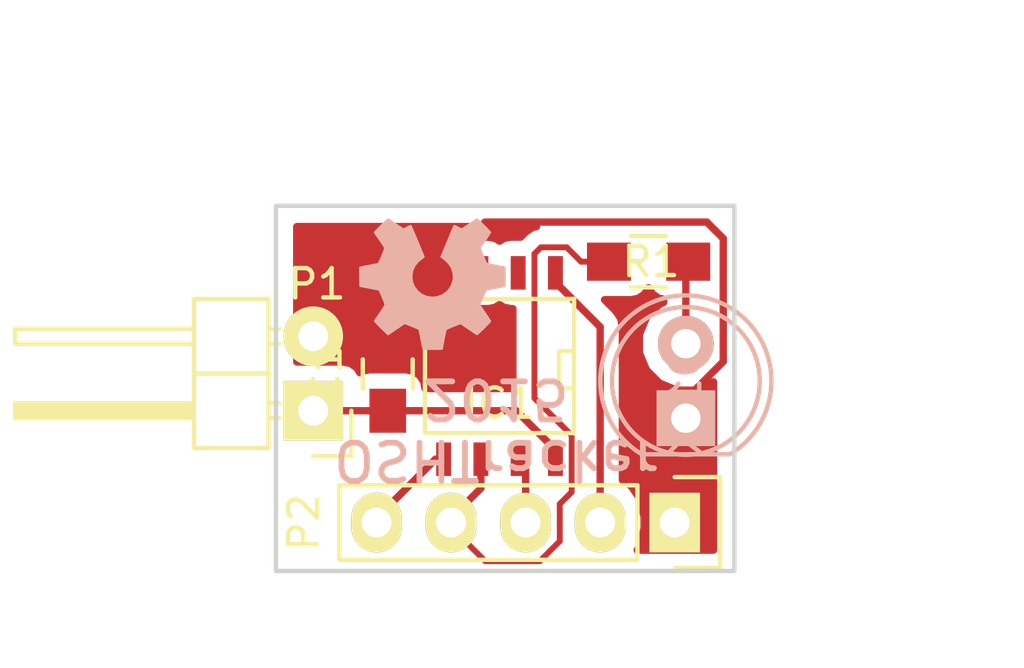
<source format=kicad_pcb>
(kicad_pcb (version 4) (host pcbnew 0.201510010347+6232~30~ubuntu15.10.1-product)

  (general
    (links 12)
    (no_connects 0)
    (area 124.384999 89.459999 140.156001 102.056001)
    (thickness 1.6)
    (drawings 7)
    (tracks 58)
    (zones 0)
    (modules 7)
    (nets 8)
  )

  (page A4)
  (layers
    (0 F.Cu signal)
    (31 B.Cu signal)
    (32 B.Adhes user)
    (33 F.Adhes user)
    (34 B.Paste user)
    (35 F.Paste user)
    (36 B.SilkS user)
    (37 F.SilkS user)
    (38 B.Mask user)
    (39 F.Mask user)
    (40 Dwgs.User user)
    (41 Cmts.User user)
    (42 Eco1.User user)
    (43 Eco2.User user)
    (44 Edge.Cuts user)
    (45 Margin user)
    (46 B.CrtYd user)
    (47 F.CrtYd user)
    (48 B.Fab user)
    (49 F.Fab user)
  )

  (setup
    (last_trace_width 0.2)
    (user_trace_width 0.2)
    (user_trace_width 0.5)
    (user_trace_width 1)
    (trace_clearance 0.2)
    (zone_clearance 0.4)
    (zone_45_only no)
    (trace_min 0.2)
    (segment_width 0.2)
    (edge_width 0.15)
    (via_size 0.6)
    (via_drill 0.4)
    (via_min_size 0.4)
    (via_min_drill 0.3)
    (uvia_size 0.3)
    (uvia_drill 0.1)
    (uvias_allowed no)
    (uvia_min_size 0.2)
    (uvia_min_drill 0.1)
    (pcb_text_width 0.3)
    (pcb_text_size 1.5 1.5)
    (mod_edge_width 0.15)
    (mod_text_size 1 1)
    (mod_text_width 0.15)
    (pad_size 1.524 1.524)
    (pad_drill 0.762)
    (pad_to_mask_clearance 0.2)
    (aux_axis_origin 0 0)
    (visible_elements FFFFFF7F)
    (pcbplotparams
      (layerselection 0x00030_80000001)
      (usegerberextensions false)
      (excludeedgelayer true)
      (linewidth 0.100000)
      (plotframeref false)
      (viasonmask false)
      (mode 1)
      (useauxorigin false)
      (hpglpennumber 1)
      (hpglpenspeed 20)
      (hpglpendiameter 15)
      (hpglpenoverlay 2)
      (psnegative false)
      (psa4output false)
      (plotreference true)
      (plotvalue true)
      (plotinvisibletext false)
      (padsonsilk false)
      (subtractmaskfromsilk false)
      (outputformat 1)
      (mirror false)
      (drillshape 1)
      (scaleselection 1)
      (outputdirectory ""))
  )

  (net 0 "")
  (net 1 VCC)
  (net 2 GND)
  (net 3 "Net-(D1-Pad2)")
  (net 4 /PROG_SCK)
  (net 5 /PROG_MISO)
  (net 6 /PROG_MOSI)
  (net 7 /PROG_RESET)

  (net_class Default "To jest domyślna klasa połączeń."
    (clearance 0.2)
    (trace_width 0.25)
    (via_dia 0.6)
    (via_drill 0.4)
    (uvia_dia 0.3)
    (uvia_drill 0.1)
    (add_net /PROG_MISO)
    (add_net /PROG_MOSI)
    (add_net /PROG_RESET)
    (add_net /PROG_SCK)
    (add_net GND)
    (add_net "Net-(D1-Pad2)")
    (add_net VCC)
  )

  (module Capacitors_SMD:C_0805_HandSoldering (layer F.Cu) (tedit 541A9B8D) (tstamp 56141250)
    (at 128.27 95.27 90)
    (descr "Capacitor SMD 0805, hand soldering")
    (tags "capacitor 0805")
    (path /56128427)
    (attr smd)
    (fp_text reference C1 (at 0 -2.1 90) (layer F.SilkS)
      (effects (font (size 1 1) (thickness 0.15)))
    )
    (fp_text value C (at 0 2.1 90) (layer F.Fab)
      (effects (font (size 1 1) (thickness 0.15)))
    )
    (fp_line (start -2.3 -1) (end 2.3 -1) (layer F.CrtYd) (width 0.05))
    (fp_line (start -2.3 1) (end 2.3 1) (layer F.CrtYd) (width 0.05))
    (fp_line (start -2.3 -1) (end -2.3 1) (layer F.CrtYd) (width 0.05))
    (fp_line (start 2.3 -1) (end 2.3 1) (layer F.CrtYd) (width 0.05))
    (fp_line (start 0.5 -0.85) (end -0.5 -0.85) (layer F.SilkS) (width 0.15))
    (fp_line (start -0.5 0.85) (end 0.5 0.85) (layer F.SilkS) (width 0.15))
    (pad 1 smd rect (at -1.25 0 90) (size 1.5 1.25) (layers F.Cu F.Paste F.Mask)
      (net 1 VCC))
    (pad 2 smd rect (at 1.25 0 90) (size 1.5 1.25) (layers F.Cu F.Paste F.Mask)
      (net 2 GND))
    (model Capacitors_SMD.3dshapes/C_0805_HandSoldering.wrl
      (at (xyz 0 0 0))
      (scale (xyz 1 1 1))
      (rotate (xyz 0 0 0))
    )
  )

  (module LEDs:LED-5MM (layer B.Cu) (tedit 5612F4D5) (tstamp 5614125C)
    (at 138.43 96.774 90)
    (descr "LED 5mm round vertical")
    (tags "LED 5mm round vertical")
    (path /561281AC)
    (fp_text reference D1 (at 1.397 0 90) (layer B.SilkS)
      (effects (font (size 1 1) (thickness 0.15)) (justify mirror))
    )
    (fp_text value IR_LED (at 1.524 2.54 90) (layer B.Fab)
      (effects (font (size 1 1) (thickness 0.15)) (justify mirror))
    )
    (fp_line (start -1.5 1.55) (end -1.5 -1.55) (layer B.CrtYd) (width 0.05))
    (fp_arc (start 1.3 0) (end -1.5 -1.55) (angle 302) (layer B.CrtYd) (width 0.05))
    (fp_arc (start 1.27 0) (end -1.23 1.5) (angle -297.5) (layer B.SilkS) (width 0.15))
    (fp_line (start -1.23 -1.5) (end -1.23 1.5) (layer B.SilkS) (width 0.15))
    (fp_circle (center 1.27 0) (end 0.97 2.5) (layer B.SilkS) (width 0.15))
    (fp_text user K (at -0.8255 0 90) (layer B.SilkS)
      (effects (font (size 1 1) (thickness 0.15)) (justify mirror))
    )
    (pad 1 thru_hole rect (at 0 0) (size 2 1.9) (drill 1.00076) (layers *.Cu *.Mask B.SilkS)
      (net 2 GND))
    (pad 2 thru_hole circle (at 2.54 0 90) (size 1.9 1.9) (drill 1.00076) (layers *.Cu *.Mask B.SilkS)
      (net 3 "Net-(D1-Pad2)"))
    (model LEDs.3dshapes/LED-5MM.wrl
      (at (xyz 0.05 0 0))
      (scale (xyz 1 1 1))
      (rotate (xyz 0 0 90))
    )
  )

  (module SMD_Packages:SOIC-8-N (layer F.Cu) (tedit 0) (tstamp 5614126F)
    (at 132.08 94.996 180)
    (descr "Module Narrow CMS SOJ 8 pins large")
    (tags "CMS SOJ")
    (path /5612793D)
    (attr smd)
    (fp_text reference IC1 (at 0 -1.27 180) (layer F.SilkS)
      (effects (font (size 1 1) (thickness 0.15)))
    )
    (fp_text value ATTINY45-S (at 0 1.27 180) (layer F.Fab)
      (effects (font (size 1 1) (thickness 0.15)))
    )
    (fp_line (start -2.54 -2.286) (end 2.54 -2.286) (layer F.SilkS) (width 0.15))
    (fp_line (start 2.54 -2.286) (end 2.54 2.286) (layer F.SilkS) (width 0.15))
    (fp_line (start 2.54 2.286) (end -2.54 2.286) (layer F.SilkS) (width 0.15))
    (fp_line (start -2.54 2.286) (end -2.54 -2.286) (layer F.SilkS) (width 0.15))
    (fp_line (start -2.54 -0.762) (end -2.032 -0.762) (layer F.SilkS) (width 0.15))
    (fp_line (start -2.032 -0.762) (end -2.032 0.508) (layer F.SilkS) (width 0.15))
    (fp_line (start -2.032 0.508) (end -2.54 0.508) (layer F.SilkS) (width 0.15))
    (pad 8 smd rect (at -1.905 -3.175 180) (size 0.508 1.143) (layers F.Cu F.Paste F.Mask)
      (net 1 VCC))
    (pad 7 smd rect (at -0.635 -3.175 180) (size 0.508 1.143) (layers F.Cu F.Paste F.Mask)
      (net 4 /PROG_SCK))
    (pad 6 smd rect (at 0.635 -3.175 180) (size 0.508 1.143) (layers F.Cu F.Paste F.Mask)
      (net 5 /PROG_MISO))
    (pad 5 smd rect (at 1.905 -3.175 180) (size 0.508 1.143) (layers F.Cu F.Paste F.Mask)
      (net 6 /PROG_MOSI))
    (pad 4 smd rect (at 1.905 3.175 180) (size 0.508 1.143) (layers F.Cu F.Paste F.Mask)
      (net 2 GND))
    (pad 3 smd rect (at 0.635 3.175 180) (size 0.508 1.143) (layers F.Cu F.Paste F.Mask))
    (pad 2 smd rect (at -0.635 3.175 180) (size 0.508 1.143) (layers F.Cu F.Paste F.Mask))
    (pad 1 smd rect (at -1.905 3.175 180) (size 0.508 1.143) (layers F.Cu F.Paste F.Mask)
      (net 7 /PROG_RESET))
    (model SMD_Packages.3dshapes/SOIC-8-N.wrl
      (at (xyz 0 0 0))
      (scale (xyz 0.5 0.38 0.5))
      (rotate (xyz 0 0 0))
    )
  )

  (module Pin_Headers:Pin_Header_Angled_1x02 (layer F.Cu) (tedit 5612F493) (tstamp 56141292)
    (at 125.73 96.52 180)
    (descr "Through hole pin header")
    (tags "pin header")
    (path /56128524)
    (fp_text reference P1 (at -0.127 4.318 180) (layer F.SilkS)
      (effects (font (size 1 1) (thickness 0.15)))
    )
    (fp_text value POWER_CONN (at 0 -3.1 180) (layer F.Fab)
      (effects (font (size 1 1) (thickness 0.15)))
    )
    (fp_line (start -1.5 -1.75) (end -1.5 4.3) (layer F.CrtYd) (width 0.05))
    (fp_line (start 10.65 -1.75) (end 10.65 4.3) (layer F.CrtYd) (width 0.05))
    (fp_line (start -1.5 -1.75) (end 10.65 -1.75) (layer F.CrtYd) (width 0.05))
    (fp_line (start -1.5 4.3) (end 10.65 4.3) (layer F.CrtYd) (width 0.05))
    (fp_line (start -1.3 -1.55) (end -1.3 0) (layer F.SilkS) (width 0.15))
    (fp_line (start 0 -1.55) (end -1.3 -1.55) (layer F.SilkS) (width 0.15))
    (fp_line (start 4.191 -0.127) (end 10.033 -0.127) (layer F.SilkS) (width 0.15))
    (fp_line (start 10.033 -0.127) (end 10.033 0.127) (layer F.SilkS) (width 0.15))
    (fp_line (start 10.033 0.127) (end 4.191 0.127) (layer F.SilkS) (width 0.15))
    (fp_line (start 4.191 0.127) (end 4.191 0) (layer F.SilkS) (width 0.15))
    (fp_line (start 4.191 0) (end 10.033 0) (layer F.SilkS) (width 0.15))
    (fp_line (start 1.524 -0.254) (end 1.143 -0.254) (layer F.SilkS) (width 0.15))
    (fp_line (start 1.524 0.254) (end 1.143 0.254) (layer F.SilkS) (width 0.15))
    (fp_line (start 1.524 2.286) (end 1.143 2.286) (layer F.SilkS) (width 0.15))
    (fp_line (start 1.524 2.794) (end 1.143 2.794) (layer F.SilkS) (width 0.15))
    (fp_line (start 1.524 -1.27) (end 4.064 -1.27) (layer F.SilkS) (width 0.15))
    (fp_line (start 1.524 1.27) (end 4.064 1.27) (layer F.SilkS) (width 0.15))
    (fp_line (start 1.524 1.27) (end 1.524 3.81) (layer F.SilkS) (width 0.15))
    (fp_line (start 1.524 3.81) (end 4.064 3.81) (layer F.SilkS) (width 0.15))
    (fp_line (start 4.064 2.286) (end 10.16 2.286) (layer F.SilkS) (width 0.15))
    (fp_line (start 10.16 2.286) (end 10.16 2.794) (layer F.SilkS) (width 0.15))
    (fp_line (start 10.16 2.794) (end 4.064 2.794) (layer F.SilkS) (width 0.15))
    (fp_line (start 4.064 3.81) (end 4.064 1.27) (layer F.SilkS) (width 0.15))
    (fp_line (start 4.064 1.27) (end 4.064 -1.27) (layer F.SilkS) (width 0.15))
    (fp_line (start 10.16 0.254) (end 4.064 0.254) (layer F.SilkS) (width 0.15))
    (fp_line (start 10.16 -0.254) (end 10.16 0.254) (layer F.SilkS) (width 0.15))
    (fp_line (start 4.064 -0.254) (end 10.16 -0.254) (layer F.SilkS) (width 0.15))
    (fp_line (start 1.524 1.27) (end 4.064 1.27) (layer F.SilkS) (width 0.15))
    (fp_line (start 1.524 -1.27) (end 1.524 1.27) (layer F.SilkS) (width 0.15))
    (pad 1 thru_hole rect (at 0 0 180) (size 2.032 2.032) (drill 1.016) (layers *.Cu *.Mask F.SilkS)
      (net 1 VCC))
    (pad 2 thru_hole oval (at 0 2.54 180) (size 2.032 2.032) (drill 1.016) (layers *.Cu *.Mask F.SilkS)
      (net 2 GND))
    (model Pin_Headers.3dshapes/Pin_Header_Angled_1x02.wrl
      (at (xyz 0 -0.05 -1))
      (scale (xyz 1 1 1))
      (rotate (xyz 0 180 90))
    )
  )

  (module Resistors_SMD:R_0805_HandSoldering (layer F.Cu) (tedit 54189DEE) (tstamp 56154274)
    (at 137.16 91.44)
    (descr "Resistor SMD 0805, hand soldering")
    (tags "resistor 0805")
    (path /561282FA)
    (attr smd)
    (fp_text reference R1 (at 0.08 0) (layer F.SilkS)
      (effects (font (size 1 1) (thickness 0.15)))
    )
    (fp_text value R (at 0 2.1) (layer F.Fab)
      (effects (font (size 1 1) (thickness 0.15)))
    )
    (fp_line (start -2.4 -1) (end 2.4 -1) (layer F.CrtYd) (width 0.05))
    (fp_line (start -2.4 1) (end 2.4 1) (layer F.CrtYd) (width 0.05))
    (fp_line (start -2.4 -1) (end -2.4 1) (layer F.CrtYd) (width 0.05))
    (fp_line (start 2.4 -1) (end 2.4 1) (layer F.CrtYd) (width 0.05))
    (fp_line (start 0.6 0.875) (end -0.6 0.875) (layer F.SilkS) (width 0.15))
    (fp_line (start -0.6 -0.875) (end 0.6 -0.875) (layer F.SilkS) (width 0.15))
    (pad 1 smd rect (at -1.35 0) (size 1.5 1.3) (layers F.Cu F.Paste F.Mask)
      (net 5 /PROG_MISO))
    (pad 2 smd rect (at 1.35 0) (size 1.5 1.3) (layers F.Cu F.Paste F.Mask)
      (net 3 "Net-(D1-Pad2)"))
    (model Resistors_SMD.3dshapes/R_0805_HandSoldering.wrl
      (at (xyz 0 0 0))
      (scale (xyz 1 1 1))
      (rotate (xyz 0 0 0))
    )
  )

  (module Pin_Headers:Pin_Header_Straight_1x05 (layer F.Cu) (tedit 5612F4ED) (tstamp 56167C11)
    (at 138.049 100.33 270)
    (descr "Through hole pin header")
    (tags "pin header")
    (path /5612F21E)
    (fp_text reference P2 (at 0 12.6365 450) (layer F.SilkS)
      (effects (font (size 1 1) (thickness 0.15)))
    )
    (fp_text value CONN_01X05 (at 0 -3.1 270) (layer F.Fab)
      (effects (font (size 1 1) (thickness 0.15)))
    )
    (fp_line (start -1.55 0) (end -1.55 -1.55) (layer F.SilkS) (width 0.15))
    (fp_line (start -1.55 -1.55) (end 1.55 -1.55) (layer F.SilkS) (width 0.15))
    (fp_line (start 1.55 -1.55) (end 1.55 0) (layer F.SilkS) (width 0.15))
    (fp_line (start -1.75 -1.75) (end -1.75 11.95) (layer F.CrtYd) (width 0.05))
    (fp_line (start 1.75 -1.75) (end 1.75 11.95) (layer F.CrtYd) (width 0.05))
    (fp_line (start -1.75 -1.75) (end 1.75 -1.75) (layer F.CrtYd) (width 0.05))
    (fp_line (start -1.75 11.95) (end 1.75 11.95) (layer F.CrtYd) (width 0.05))
    (fp_line (start 1.27 1.27) (end 1.27 11.43) (layer F.SilkS) (width 0.15))
    (fp_line (start 1.27 11.43) (end -1.27 11.43) (layer F.SilkS) (width 0.15))
    (fp_line (start -1.27 11.43) (end -1.27 1.27) (layer F.SilkS) (width 0.15))
    (fp_line (start 1.27 1.27) (end -1.27 1.27) (layer F.SilkS) (width 0.15))
    (pad 1 thru_hole rect (at 0 0 270) (size 2.032 1.7272) (drill 1.016) (layers *.Cu *.Mask F.SilkS)
      (net 2 GND))
    (pad 2 thru_hole oval (at 0 2.54 270) (size 2.032 1.7272) (drill 1.016) (layers *.Cu *.Mask F.SilkS)
      (net 7 /PROG_RESET))
    (pad 3 thru_hole oval (at 0 5.08 270) (size 2.032 1.7272) (drill 1.016) (layers *.Cu *.Mask F.SilkS)
      (net 4 /PROG_SCK))
    (pad 4 thru_hole oval (at 0 7.62 270) (size 2.032 1.7272) (drill 1.016) (layers *.Cu *.Mask F.SilkS)
      (net 5 /PROG_MISO))
    (pad 5 thru_hole oval (at 0 10.16 270) (size 2.032 1.7272) (drill 1.016) (layers *.Cu *.Mask F.SilkS)
      (net 6 /PROG_MOSI))
    (model Pin_Headers.3dshapes/Pin_Header_Straight_1x05.wrl
      (at (xyz 0 -0.2 0))
      (scale (xyz 1 1 1))
      (rotate (xyz 0 0 90))
    )
  )

  (module footprints:Logo_silk_OSHW_6x6mm_notext (layer B.Cu) (tedit 0) (tstamp 561C5EEF)
    (at 129.794 92.202)
    (descr "Open Hardware Logo, 6x6mm")
    (fp_text reference G*** (at 0 0) (layer B.SilkS) hide
      (effects (font (size 0.22606 0.22606) (thickness 0.04318)) (justify mirror))
    )
    (fp_text value LOGO (at 0 -0.3) (layer B.SilkS) hide
      (effects (font (size 0.22606 0.22606) (thickness 0.04318)) (justify mirror))
    )
    (fp_poly (pts (xy -1.51384 -2.24536) (xy -1.48844 -2.23012) (xy -1.43002 -2.19456) (xy -1.3462 -2.13868)
      (xy -1.24714 -2.07264) (xy -1.14808 -2.0066) (xy -1.0668 -1.95326) (xy -1.01092 -1.91516)
      (xy -0.98552 -1.90246) (xy -0.97282 -1.90754) (xy -0.9271 -1.9304) (xy -0.85852 -1.96596)
      (xy -0.81788 -1.98628) (xy -0.75692 -2.01168) (xy -0.7239 -2.0193) (xy -0.71882 -2.00914)
      (xy -0.69596 -1.96088) (xy -0.6604 -1.8796) (xy -0.61468 -1.77038) (xy -0.5588 -1.64338)
      (xy -0.50292 -1.50876) (xy -0.4445 -1.36906) (xy -0.38862 -1.23444) (xy -0.34036 -1.11506)
      (xy -0.29972 -1.01854) (xy -0.27432 -0.94996) (xy -0.26416 -0.92202) (xy -0.2667 -0.9144)
      (xy -0.29972 -0.88392) (xy -0.35306 -0.84328) (xy -0.47244 -0.74676) (xy -0.58928 -0.60198)
      (xy -0.6604 -0.43688) (xy -0.68326 -0.25146) (xy -0.66294 -0.08128) (xy -0.5969 0.08128)
      (xy -0.4826 0.2286) (xy -0.3429 0.33782) (xy -0.18034 0.4064) (xy 0 0.42926)
      (xy 0.17272 0.40894) (xy 0.34036 0.3429) (xy 0.48768 0.23114) (xy 0.55118 0.16002)
      (xy 0.63754 0.01016) (xy 0.6858 -0.14732) (xy 0.69088 -0.18796) (xy 0.68326 -0.36322)
      (xy 0.63246 -0.5334) (xy 0.53848 -0.68326) (xy 0.40894 -0.80772) (xy 0.3937 -0.81788)
      (xy 0.33528 -0.8636) (xy 0.29464 -0.89408) (xy 0.26416 -0.91948) (xy 0.48768 -1.45796)
      (xy 0.52324 -1.54178) (xy 0.5842 -1.6891) (xy 0.63754 -1.8161) (xy 0.68072 -1.9177)
      (xy 0.7112 -1.98374) (xy 0.7239 -2.01168) (xy 0.7239 -2.01422) (xy 0.74422 -2.01676)
      (xy 0.78486 -2.00152) (xy 0.86106 -1.96596) (xy 0.90932 -1.94056) (xy 0.96774 -1.91262)
      (xy 0.99314 -1.90246) (xy 1.016 -1.91516) (xy 1.06934 -1.95072) (xy 1.15062 -2.00406)
      (xy 1.24714 -2.06756) (xy 1.33858 -2.13106) (xy 1.4224 -2.18694) (xy 1.48336 -2.22504)
      (xy 1.51384 -2.24282) (xy 1.51892 -2.24282) (xy 1.54432 -2.22758) (xy 1.59258 -2.18694)
      (xy 1.66624 -2.11836) (xy 1.77038 -2.01422) (xy 1.78562 -1.99898) (xy 1.87198 -1.91262)
      (xy 1.94056 -1.83896) (xy 1.98628 -1.78816) (xy 2.00406 -1.7653) (xy 2.00406 -1.7653)
      (xy 1.98882 -1.73482) (xy 1.95072 -1.67386) (xy 1.89484 -1.5875) (xy 1.82626 -1.48844)
      (xy 1.64846 -1.22936) (xy 1.74498 -0.98552) (xy 1.77546 -0.90932) (xy 1.81356 -0.82042)
      (xy 1.8415 -0.75438) (xy 1.85674 -0.72644) (xy 1.88214 -0.71628) (xy 1.95072 -0.70104)
      (xy 2.04724 -0.68072) (xy 2.16154 -0.6604) (xy 2.2733 -0.64008) (xy 2.37236 -0.61976)
      (xy 2.44348 -0.60706) (xy 2.4765 -0.59944) (xy 2.48412 -0.59436) (xy 2.49174 -0.57912)
      (xy 2.49428 -0.5461) (xy 2.49682 -0.48514) (xy 2.49936 -0.39116) (xy 2.49936 -0.25146)
      (xy 2.49936 -0.23622) (xy 2.49682 -0.10668) (xy 2.49428 0) (xy 2.49174 0.06604)
      (xy 2.48666 0.09398) (xy 2.48666 0.09398) (xy 2.45618 0.1016) (xy 2.38506 0.11684)
      (xy 2.286 0.13462) (xy 2.16662 0.15748) (xy 2.159 0.16002) (xy 2.04216 0.18288)
      (xy 1.9431 0.2032) (xy 1.87198 0.21844) (xy 1.84404 0.2286) (xy 1.83642 0.23622)
      (xy 1.81356 0.28194) (xy 1.78054 0.3556) (xy 1.7399 0.4445) (xy 1.7018 0.53848)
      (xy 1.66878 0.6223) (xy 1.64592 0.68326) (xy 1.6383 0.7112) (xy 1.64084 0.71374)
      (xy 1.65862 0.74168) (xy 1.69926 0.80264) (xy 1.75514 0.88646) (xy 1.82372 0.98806)
      (xy 1.8288 0.99568) (xy 1.89738 1.09474) (xy 1.95326 1.1811) (xy 1.98882 1.23952)
      (xy 2.00406 1.26746) (xy 2.00406 1.27) (xy 1.9812 1.30048) (xy 1.9304 1.35636)
      (xy 1.85674 1.43256) (xy 1.77038 1.52146) (xy 1.74244 1.54686) (xy 1.64338 1.64338)
      (xy 1.57734 1.70434) (xy 1.53416 1.73736) (xy 1.51384 1.74498) (xy 1.51384 1.74498)
      (xy 1.48336 1.7272) (xy 1.41986 1.68656) (xy 1.33604 1.62814) (xy 1.23444 1.55956)
      (xy 1.22682 1.55448) (xy 1.12776 1.4859) (xy 1.04394 1.43002) (xy 0.98552 1.38938)
      (xy 0.95758 1.37414) (xy 0.95504 1.37414) (xy 0.9144 1.38684) (xy 0.84328 1.41224)
      (xy 0.75438 1.44526) (xy 0.66294 1.48336) (xy 0.57912 1.51892) (xy 0.51562 1.54686)
      (xy 0.48514 1.56464) (xy 0.48514 1.56464) (xy 0.47498 1.6002) (xy 0.4572 1.6764)
      (xy 0.43688 1.778) (xy 0.41148 1.89992) (xy 0.40894 1.92024) (xy 0.38608 2.03962)
      (xy 0.3683 2.13868) (xy 0.35306 2.20726) (xy 0.34544 2.2352) (xy 0.3302 2.23774)
      (xy 0.27178 2.24282) (xy 0.18288 2.24536) (xy 0.07366 2.24536) (xy -0.0381 2.24536)
      (xy -0.14732 2.24282) (xy -0.2413 2.24028) (xy -0.30988 2.2352) (xy -0.33782 2.23012)
      (xy -0.33782 2.22758) (xy -0.34798 2.18948) (xy -0.36576 2.11582) (xy -0.38608 2.01168)
      (xy -0.40894 1.88976) (xy -0.41402 1.8669) (xy -0.43688 1.75006) (xy -0.4572 1.651)
      (xy -0.4699 1.58496) (xy -0.47752 1.55702) (xy -0.49022 1.55194) (xy -0.53848 1.53162)
      (xy -0.61722 1.4986) (xy -0.71628 1.45796) (xy -0.94488 1.36652) (xy -1.22682 1.55702)
      (xy -1.25222 1.5748) (xy -1.35382 1.64338) (xy -1.4351 1.69926) (xy -1.49352 1.73736)
      (xy -1.51638 1.75006) (xy -1.51892 1.75006) (xy -1.54686 1.72466) (xy -1.60274 1.67132)
      (xy -1.67894 1.59766) (xy -1.76784 1.5113) (xy -1.83134 1.44526) (xy -1.91008 1.36652)
      (xy -1.95834 1.31318) (xy -1.98628 1.28016) (xy -1.9939 1.25984) (xy -1.99136 1.2446)
      (xy -1.97358 1.21666) (xy -1.93294 1.1557) (xy -1.87452 1.06934) (xy -1.80594 0.97028)
      (xy -1.75006 0.88646) (xy -1.6891 0.79248) (xy -1.651 0.72644) (xy -1.63576 0.69342)
      (xy -1.64084 0.68072) (xy -1.65862 0.62484) (xy -1.69418 0.54102) (xy -1.73482 0.44196)
      (xy -1.83388 0.22098) (xy -1.97866 0.19304) (xy -2.06756 0.17526) (xy -2.18948 0.1524)
      (xy -2.30886 0.12954) (xy -2.49174 0.09398) (xy -2.49936 -0.58166) (xy -2.47142 -0.59436)
      (xy -2.44348 -0.60198) (xy -2.3749 -0.61722) (xy -2.27838 -0.63754) (xy -2.16154 -0.65786)
      (xy -2.06502 -0.67564) (xy -1.96596 -0.69596) (xy -1.89484 -0.70866) (xy -1.86436 -0.71628)
      (xy -1.8542 -0.72644) (xy -1.83134 -0.7747) (xy -1.79578 -0.8509) (xy -1.75514 -0.94234)
      (xy -1.71704 -1.03632) (xy -1.68148 -1.12522) (xy -1.65862 -1.19126) (xy -1.64846 -1.22428)
      (xy -1.66116 -1.25222) (xy -1.69926 -1.31064) (xy -1.7526 -1.39192) (xy -1.82118 -1.49098)
      (xy -1.88722 -1.5875) (xy -1.94564 -1.67132) (xy -1.98374 -1.73228) (xy -2.00152 -1.76022)
      (xy -1.99136 -1.778) (xy -1.95326 -1.82626) (xy -1.8796 -1.90246) (xy -1.76784 -2.01168)
      (xy -1.75006 -2.02946) (xy -1.6637 -2.11328) (xy -1.59004 -2.18186) (xy -1.5367 -2.22758)
      (xy -1.51384 -2.24536)) (layer B.SilkS) (width 0.00254))
  )

  (dimension 15.621 (width 0.3) (layer F.Fab)
    (gr_text "15,621 mm" (at 132.2705 84.375) (layer F.Fab)
      (effects (font (size 1.5 1.5) (thickness 0.3)))
    )
    (feature1 (pts (xy 140.081 89.535) (xy 140.081 83.025)))
    (feature2 (pts (xy 124.46 89.535) (xy 124.46 83.025)))
    (crossbar (pts (xy 124.46 85.725) (xy 140.081 85.725)))
    (arrow1a (pts (xy 140.081 85.725) (xy 138.954496 86.311421)))
    (arrow1b (pts (xy 140.081 85.725) (xy 138.954496 85.138579)))
    (arrow2a (pts (xy 124.46 85.725) (xy 125.586504 86.311421)))
    (arrow2b (pts (xy 124.46 85.725) (xy 125.586504 85.138579)))
  )
  (dimension 12.446 (width 0.3) (layer F.Fab)
    (gr_text "12,446 mm" (at 147.273 95.758 270) (layer F.Fab)
      (effects (font (size 1.5 1.5) (thickness 0.3)))
    )
    (feature1 (pts (xy 140.081 101.981) (xy 148.623 101.981)))
    (feature2 (pts (xy 140.081 89.535) (xy 148.623 89.535)))
    (crossbar (pts (xy 145.923 89.535) (xy 145.923 101.981)))
    (arrow1a (pts (xy 145.923 101.981) (xy 145.336579 100.854496)))
    (arrow1b (pts (xy 145.923 101.981) (xy 146.509421 100.854496)))
    (arrow2a (pts (xy 145.923 89.535) (xy 145.336579 90.661504)))
    (arrow2b (pts (xy 145.923 89.535) (xy 146.509421 90.661504)))
  )
  (gr_text "OSHTracker\n2015" (at 131.953 97.155 180) (layer B.SilkS)
    (effects (font (size 1.3 1.3) (thickness 0.2)) (justify mirror))
  )
  (gr_line (start 124.46 101.981) (end 124.46 89.535) (layer Edge.Cuts) (width 0.15))
  (gr_line (start 140.081 101.981) (end 124.46 101.981) (layer Edge.Cuts) (width 0.15))
  (gr_line (start 140.081 89.535) (end 140.081 101.981) (layer Edge.Cuts) (width 0.15))
  (gr_line (start 124.46 89.535) (end 140.081 89.535) (layer Edge.Cuts) (width 0.15))

  (segment (start 132.715 91.821) (end 132.715 91.5035) (width 0.25) (layer F.Cu) (net 0))
  (segment (start 132.715 91.44) (end 132.715 91.975) (width 0.25) (layer F.Cu) (net 0))
  (segment (start 133.985 98.171) (end 133.985 97.8535) (width 0.25) (layer F.Cu) (net 1))
  (segment (start 133.985 97.8535) (end 132.6515 96.52) (width 0.25) (layer F.Cu) (net 1))
  (segment (start 129.145 96.52) (end 128.27 96.52) (width 0.25) (layer F.Cu) (net 1))
  (segment (start 125.73 96.52) (end 128.27 96.52) (width 0.25) (layer F.Cu) (net 1))
  (segment (start 132.6515 96.52) (end 129.145 96.52) (width 0.25) (layer F.Cu) (net 1))
  (segment (start 128.27 94.02) (end 129.145 94.02) (width 0.25) (layer F.Cu) (net 2))
  (segment (start 129.145 94.02) (end 130.175 92.99) (width 0.25) (layer F.Cu) (net 2))
  (segment (start 130.175 92.99) (end 130.175 92.6425) (width 0.25) (layer F.Cu) (net 2))
  (segment (start 130.175 92.6425) (end 130.175 91.821) (width 0.25) (layer F.Cu) (net 2))
  (segment (start 138.049 100.33) (end 138.049 97.155) (width 0.25) (layer F.Cu) (net 2))
  (segment (start 138.049 97.155) (end 138.43 96.774) (width 0.25) (layer F.Cu) (net 2))
  (segment (start 138.43 96.774) (end 138.43 96.121002) (width 0.25) (layer F.Cu) (net 2))
  (segment (start 139.144992 90.08999) (end 131.58851 90.08999) (width 0.25) (layer F.Cu) (net 2))
  (segment (start 138.43 96.121002) (end 139.705001 94.846001) (width 0.25) (layer F.Cu) (net 2))
  (segment (start 139.705001 94.846001) (end 139.705001 90.649999) (width 0.25) (layer F.Cu) (net 2))
  (segment (start 139.705001 90.649999) (end 139.144992 90.08999) (width 0.25) (layer F.Cu) (net 2))
  (segment (start 131.58851 90.08999) (end 130.175 91.5035) (width 0.25) (layer F.Cu) (net 2))
  (segment (start 130.175 91.5035) (end 130.175 91.821) (width 0.25) (layer F.Cu) (net 2))
  (segment (start 138.43 96.774) (end 138.38 96.774) (width 0.25) (layer F.Cu) (net 2))
  (segment (start 128.27 94.02) (end 128.27 93.6625) (width 0.25) (layer F.Cu) (net 2))
  (segment (start 130.175 91.7575) (end 130.175 91.44) (width 0.25) (layer F.Cu) (net 2))
  (segment (start 125.73 93.98) (end 128.23 93.98) (width 0.25) (layer F.Cu) (net 2))
  (segment (start 128.23 93.98) (end 128.27 94.02) (width 0.25) (layer F.Cu) (net 2))
  (segment (start 138.43 94.234) (end 138.43 91.52) (width 0.25) (layer F.Cu) (net 3))
  (segment (start 138.43 91.52) (end 138.51 91.44) (width 0.25) (layer F.Cu) (net 3))
  (segment (start 132.969 100.33) (end 132.969 98.425) (width 0.25) (layer F.Cu) (net 4))
  (segment (start 132.969 98.425) (end 132.715 98.171) (width 0.25) (layer F.Cu) (net 4))
  (segment (start 135.81 91.44) (end 134.86 91.44) (width 0.2) (layer F.Cu) (net 5))
  (segment (start 133.269001 91.171497) (end 133.269001 96.089499) (width 0.2) (layer F.Cu) (net 5))
  (segment (start 130.429 100.4824) (end 130.429 100.33) (width 0.2) (layer F.Cu) (net 5))
  (segment (start 134.86 91.44) (end 134.369499 90.949499) (width 0.2) (layer F.Cu) (net 5))
  (segment (start 134.539001 99.289226) (end 134.13261 99.695617) (width 0.2) (layer F.Cu) (net 5))
  (segment (start 134.369499 90.949499) (end 133.490999 90.949499) (width 0.2) (layer F.Cu) (net 5))
  (segment (start 133.490999 90.949499) (end 133.269001 91.171497) (width 0.2) (layer F.Cu) (net 5))
  (segment (start 133.269001 96.089499) (end 134.539001 97.359499) (width 0.2) (layer F.Cu) (net 5))
  (segment (start 134.539001 97.359499) (end 134.539001 99.289226) (width 0.2) (layer F.Cu) (net 5))
  (segment (start 134.13261 99.695617) (end 134.13261 100.964383) (width 0.2) (layer F.Cu) (net 5))
  (segment (start 134.13261 100.964383) (end 133.450983 101.64601) (width 0.2) (layer F.Cu) (net 5))
  (segment (start 133.450983 101.64601) (end 131.59261 101.64601) (width 0.2) (layer F.Cu) (net 5))
  (segment (start 131.59261 101.64601) (end 130.429 100.4824) (width 0.2) (layer F.Cu) (net 5))
  (segment (start 130.429 100.33) (end 130.429 100.1776) (width 0.25) (layer F.Cu) (net 5))
  (segment (start 131.445 99.1616) (end 131.445 98.9925) (width 0.25) (layer F.Cu) (net 5))
  (segment (start 130.429 100.1776) (end 131.445 99.1616) (width 0.25) (layer F.Cu) (net 5))
  (segment (start 131.445 98.9925) (end 131.445 98.171) (width 0.25) (layer F.Cu) (net 5))
  (segment (start 135.71 91.44) (end 135.81 91.44) (width 0.25) (layer F.Cu) (net 5))
  (segment (start 127.889 100.33) (end 127.889 100.1776) (width 0.25) (layer F.Cu) (net 6))
  (segment (start 127.889 100.1776) (end 129.8956 98.171) (width 0.25) (layer F.Cu) (net 6))
  (segment (start 129.8956 98.171) (end 130.175 98.171) (width 0.25) (layer F.Cu) (net 6))
  (segment (start 128.27 100.33) (end 128.27 100.1776) (width 0.25) (layer F.Cu) (net 6))
  (segment (start 130.175 98.2726) (end 130.175 97.79) (width 0.25) (layer F.Cu) (net 6))
  (segment (start 133.985 91.821) (end 133.985 92.1385) (width 0.25) (layer F.Cu) (net 7))
  (segment (start 133.985 92.1385) (end 135.509 93.6625) (width 0.25) (layer F.Cu) (net 7))
  (segment (start 135.509 93.6625) (end 135.509 99.064) (width 0.25) (layer F.Cu) (net 7))
  (segment (start 135.509 99.064) (end 135.509 100.33) (width 0.25) (layer F.Cu) (net 7))
  (segment (start 133.985 92.2615) (end 133.985 91.44) (width 0.25) (layer F.Cu) (net 7))
  (segment (start 135.89 100.33) (end 135.89 100.254602) (width 0.25) (layer F.Cu) (net 7))

  (zone (net 2) (net_name GND) (layer F.Cu) (tstamp 0) (hatch edge 0.508)
    (connect_pads yes (clearance 0.508))
    (min_thickness 0.254)
    (fill yes (arc_segments 16) (thermal_gap 0.508) (thermal_bridge_width 0.508))
    (polygon
      (pts
        (xy 124.46 89.535) (xy 140.081 89.535) (xy 140.081 101.981) (xy 124.46 101.981)
      )
    )
    (filled_polygon
      (pts
        (xy 137.29591 92.541441) (xy 137.50811 92.686431) (xy 137.67 92.719215) (xy 137.67 92.833053) (xy 137.533343 92.889519)
        (xy 137.087086 93.334997) (xy 136.845276 93.917341) (xy 136.844725 94.547893) (xy 137.085519 95.130657) (xy 137.530997 95.576914)
        (xy 138.113341 95.818724) (xy 138.743893 95.819275) (xy 139.326657 95.578481) (xy 139.371 95.534215) (xy 139.371 101.271)
        (xy 136.771406 101.271) (xy 136.893526 101.088234) (xy 137.0076 100.514745) (xy 137.0076 100.145255) (xy 136.893526 99.571766)
        (xy 136.56867 99.085585) (xy 136.269 98.885352) (xy 136.269 93.6625) (xy 136.211148 93.371661) (xy 136.211148 93.37166)
        (xy 136.046401 93.125099) (xy 135.658742 92.73744) (xy 136.56 92.73744) (xy 136.795317 92.693162) (xy 137.011441 92.55409)
        (xy 137.156431 92.34189) (xy 137.159081 92.328803)
      )
    )
    (filled_polygon
      (pts
        (xy 133.209727 90.270448) (xy 132.971276 90.429775) (xy 132.798992 90.60206) (xy 132.461 90.60206) (xy 132.225683 90.646338)
        (xy 132.079093 90.740666) (xy 131.95089 90.653069) (xy 131.699 90.60206) (xy 131.191 90.60206) (xy 130.955683 90.646338)
        (xy 130.739559 90.78541) (xy 130.594569 90.99761) (xy 130.54356 91.2495) (xy 130.54356 92.3925) (xy 130.587838 92.627817)
        (xy 130.72691 92.843941) (xy 130.93911 92.988931) (xy 131.191 93.03994) (xy 131.699 93.03994) (xy 131.934317 92.995662)
        (xy 132.080907 92.901334) (xy 132.20911 92.988931) (xy 132.461 93.03994) (xy 132.534001 93.03994) (xy 132.534001 95.76)
        (xy 129.540558 95.76) (xy 129.498162 95.534683) (xy 129.35909 95.318559) (xy 129.14689 95.173569) (xy 128.895 95.12256)
        (xy 127.645 95.12256) (xy 127.409683 95.166838) (xy 127.320539 95.224201) (xy 127.21009 95.052559) (xy 126.99789 94.907569)
        (xy 126.746 94.85656) (xy 125.17 94.85656) (xy 125.17 90.245) (xy 133.337662 90.245)
      )
    )
  )
)

</source>
